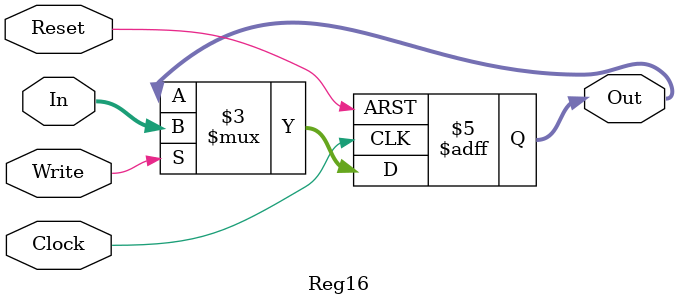
<source format=v>
`timescale 1ns / 1ps
module Reg16(
    input Clock,
    input Reset,
    input Write,
    input [15:0] In,
    output reg [15:0] Out
    );
	 
	always @(posedge Clock, negedge Reset)
	begin
		if (~Reset)
			Out <= 0;
		else if (Write)
			Out <= In;
	end

endmodule

</source>
